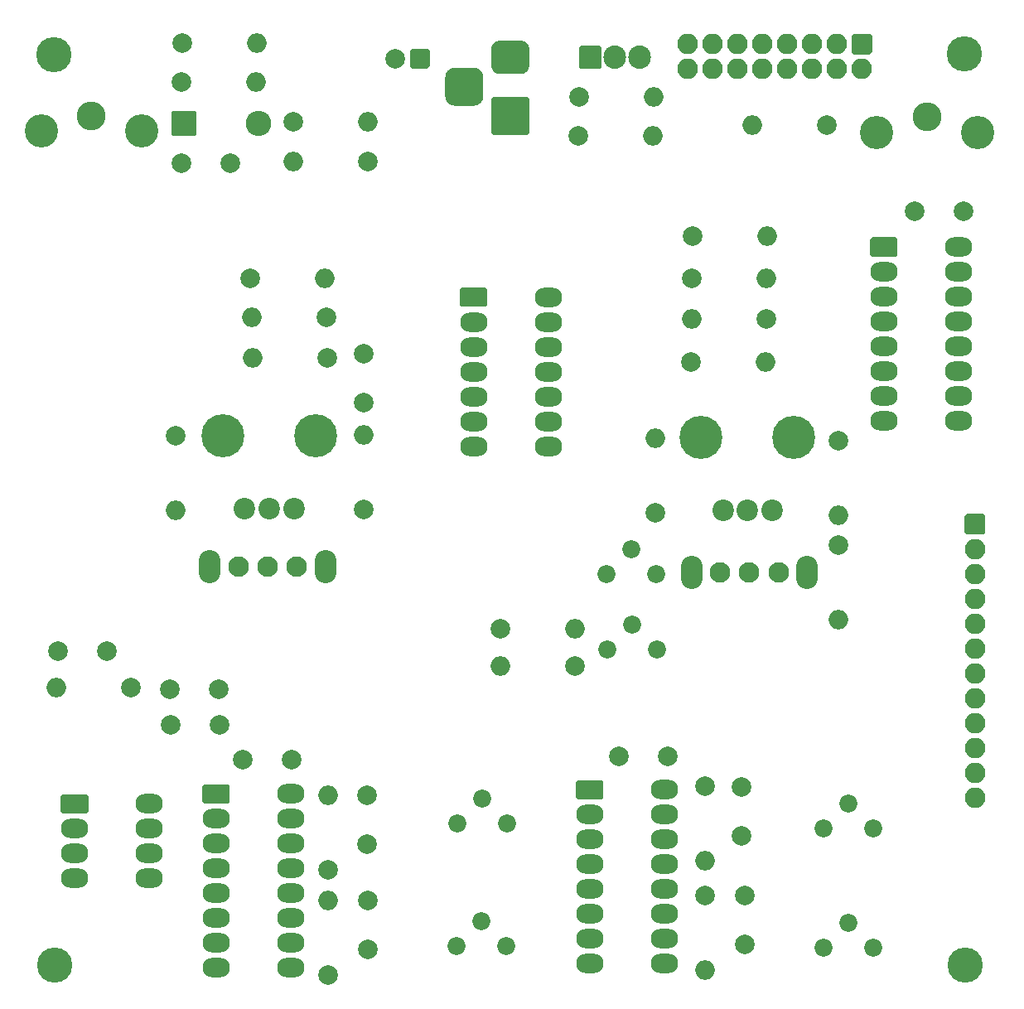
<source format=gbr>
G04 #@! TF.GenerationSoftware,KiCad,Pcbnew,5.1.10*
G04 #@! TF.CreationDate,2021-10-22T11:28:22+13:00*
G04 #@! TF.ProjectId,chroma_luma_invert,6368726f-6d61-45f6-9c75-6d615f696e76,rev?*
G04 #@! TF.SameCoordinates,Original*
G04 #@! TF.FileFunction,Soldermask,Bot*
G04 #@! TF.FilePolarity,Negative*
%FSLAX46Y46*%
G04 Gerber Fmt 4.6, Leading zero omitted, Abs format (unit mm)*
G04 Created by KiCad (PCBNEW 5.1.10) date 2021-10-22 11:28:22*
%MOMM*%
%LPD*%
G01*
G04 APERTURE LIST*
%ADD10C,3.600000*%
%ADD11C,2.000000*%
%ADD12O,2.600000X2.600000*%
%ADD13C,3.400000*%
%ADD14C,2.950000*%
%ADD15O,2.100000X2.100000*%
%ADD16O,2.000000X2.000000*%
%ADD17C,1.840000*%
%ADD18C,2.200000*%
%ADD19C,4.400000*%
%ADD20C,2.100000*%
%ADD21O,2.200000X3.400000*%
%ADD22O,2.800000X2.000000*%
%ADD23O,2.305000X2.400000*%
G04 APERTURE END LIST*
D10*
X201475000Y-38450000D03*
X201500000Y-131525000D03*
X108450000Y-131525000D03*
X108400000Y-38475000D03*
D11*
X126400000Y-49625000D03*
X121400000Y-49625000D03*
G36*
G01*
X146800000Y-38100000D02*
X146800000Y-39700000D01*
G75*
G02*
X146600000Y-39900000I-200000J0D01*
G01*
X145000000Y-39900000D01*
G75*
G02*
X144800000Y-39700000I0J200000D01*
G01*
X144800000Y-38100000D01*
G75*
G02*
X145000000Y-37900000I200000J0D01*
G01*
X146600000Y-37900000D01*
G75*
G02*
X146800000Y-38100000I0J-200000D01*
G01*
G37*
X143300000Y-38900000D03*
X196320000Y-54530000D03*
X201320000Y-54530000D03*
X171140000Y-110180000D03*
X166140000Y-110180000D03*
X127720000Y-110530000D03*
X132720000Y-110530000D03*
X120310000Y-106970000D03*
X125310000Y-106970000D03*
X140010000Y-74020000D03*
X140010000Y-69020000D03*
X108825000Y-99450000D03*
X113825000Y-99450000D03*
X125275000Y-103375000D03*
X120275000Y-103375000D03*
X140360000Y-119210000D03*
X140360000Y-114210000D03*
X178675000Y-113325000D03*
X178675000Y-118325000D03*
X140460000Y-124970000D03*
X140460000Y-129970000D03*
X178975000Y-129425000D03*
X178975000Y-124425000D03*
G36*
G01*
X120375000Y-46625000D02*
X120375000Y-44425000D01*
G75*
G02*
X120575000Y-44225000I200000J0D01*
G01*
X122775000Y-44225000D01*
G75*
G02*
X122975000Y-44425000I0J-200000D01*
G01*
X122975000Y-46625000D01*
G75*
G02*
X122775000Y-46825000I-200000J0D01*
G01*
X120575000Y-46825000D01*
G75*
G02*
X120375000Y-46625000I0J200000D01*
G01*
G37*
D12*
X129295000Y-45525000D03*
G36*
G01*
X153280000Y-42820000D02*
X156780000Y-42820000D01*
G75*
G02*
X156980000Y-43020000I0J-200000D01*
G01*
X156980000Y-46520000D01*
G75*
G02*
X156780000Y-46720000I-200000J0D01*
G01*
X153280000Y-46720000D01*
G75*
G02*
X153080000Y-46520000I0J200000D01*
G01*
X153080000Y-43020000D01*
G75*
G02*
X153280000Y-42820000I200000J0D01*
G01*
G37*
G36*
G01*
X153930000Y-37070000D02*
X156130000Y-37070000D01*
G75*
G02*
X156980000Y-37920000I0J-850000D01*
G01*
X156980000Y-39620000D01*
G75*
G02*
X156130000Y-40470000I-850000J0D01*
G01*
X153930000Y-40470000D01*
G75*
G02*
X153080000Y-39620000I0J850000D01*
G01*
X153080000Y-37920000D01*
G75*
G02*
X153930000Y-37070000I850000J0D01*
G01*
G37*
G36*
G01*
X149355000Y-39820000D02*
X151305000Y-39820000D01*
G75*
G02*
X152280000Y-40795000I0J-975000D01*
G01*
X152280000Y-42745000D01*
G75*
G02*
X151305000Y-43720000I-975000J0D01*
G01*
X149355000Y-43720000D01*
G75*
G02*
X148380000Y-42745000I0J975000D01*
G01*
X148380000Y-40795000D01*
G75*
G02*
X149355000Y-39820000I975000J0D01*
G01*
G37*
D13*
X107075000Y-46325000D03*
X117375000Y-46325000D03*
D14*
X112225000Y-44725000D03*
G36*
G01*
X201470000Y-87340000D02*
X201470000Y-85640000D01*
G75*
G02*
X201670000Y-85440000I200000J0D01*
G01*
X203370000Y-85440000D01*
G75*
G02*
X203570000Y-85640000I0J-200000D01*
G01*
X203570000Y-87340000D01*
G75*
G02*
X203370000Y-87540000I-200000J0D01*
G01*
X201670000Y-87540000D01*
G75*
G02*
X201470000Y-87340000I0J200000D01*
G01*
G37*
D15*
X202520000Y-89030000D03*
X202520000Y-91570000D03*
X202520000Y-94110000D03*
X202520000Y-96650000D03*
X202520000Y-99190000D03*
X202520000Y-101730000D03*
X202520000Y-104270000D03*
X202520000Y-106810000D03*
X202520000Y-109350000D03*
X202520000Y-111890000D03*
X202520000Y-114430000D03*
D14*
X197650000Y-44875000D03*
D13*
X202800000Y-46475000D03*
X192500000Y-46475000D03*
D16*
X129095000Y-37325000D03*
D11*
X121475000Y-37325000D03*
D16*
X169645000Y-42800000D03*
D11*
X162025000Y-42800000D03*
X162000000Y-46775000D03*
D16*
X169620000Y-46775000D03*
D11*
X121425000Y-41275000D03*
D16*
X129045000Y-41275000D03*
X132860000Y-49430000D03*
D11*
X140480000Y-49430000D03*
X132825000Y-45375000D03*
D16*
X140445000Y-45375000D03*
D11*
X173660000Y-57050000D03*
D16*
X181280000Y-57050000D03*
X179770000Y-45720000D03*
D11*
X187390000Y-45720000D03*
D16*
X108655000Y-103200000D03*
D11*
X116275000Y-103200000D03*
X188560000Y-88600000D03*
D16*
X188560000Y-96220000D03*
X136400000Y-114155000D03*
D11*
X136400000Y-121775000D03*
D16*
X174925000Y-120870000D03*
D11*
X174925000Y-113250000D03*
X136425000Y-132575000D03*
D16*
X136425000Y-124955000D03*
X174950000Y-132045000D03*
D11*
X174950000Y-124425000D03*
X161675000Y-100950000D03*
D16*
X154055000Y-100950000D03*
D11*
X154050000Y-97210000D03*
D16*
X161670000Y-97210000D03*
X188575000Y-85545000D03*
D11*
X188575000Y-77925000D03*
X169850000Y-85300000D03*
D16*
X169850000Y-77680000D03*
D11*
X173500000Y-69920000D03*
D16*
X181120000Y-69920000D03*
D11*
X140025000Y-85000000D03*
D16*
X140025000Y-77380000D03*
X120850000Y-85095000D03*
D11*
X120850000Y-77475000D03*
D16*
X128580000Y-65350000D03*
D11*
X136200000Y-65350000D03*
X181200000Y-65540000D03*
D16*
X173580000Y-65540000D03*
D11*
X128480000Y-61370000D03*
D16*
X136100000Y-61370000D03*
X181230000Y-61370000D03*
D11*
X173610000Y-61370000D03*
D16*
X128680000Y-69450000D03*
D11*
X136300000Y-69450000D03*
D17*
X154675000Y-117025000D03*
X152135000Y-114485000D03*
X149595000Y-117025000D03*
X192100000Y-117575000D03*
X189560000Y-115035000D03*
X187020000Y-117575000D03*
X149495000Y-129600000D03*
X152035000Y-127060000D03*
X154575000Y-129600000D03*
X192100000Y-129750000D03*
X189560000Y-127210000D03*
X187020000Y-129750000D03*
X164970000Y-99275000D03*
X167510000Y-96735000D03*
X170050000Y-99275000D03*
D18*
X176775000Y-85075000D03*
X179275000Y-85075000D03*
X181775000Y-85075000D03*
D19*
X174525000Y-77575000D03*
X184025000Y-77575000D03*
X135150000Y-77400000D03*
X125650000Y-77400000D03*
D18*
X132900000Y-84900000D03*
X130400000Y-84900000D03*
X127900000Y-84900000D03*
D17*
X164895000Y-91600000D03*
X167435000Y-89060000D03*
X169975000Y-91600000D03*
D20*
X182450000Y-91425000D03*
X179450000Y-91425000D03*
X176450000Y-91425000D03*
D21*
X173550000Y-91375000D03*
X185350000Y-91375000D03*
X136125000Y-90800000D03*
X124325000Y-90800000D03*
D20*
X127225000Y-90850000D03*
X130225000Y-90850000D03*
X133225000Y-90850000D03*
D22*
X158895000Y-63275000D03*
X151275000Y-78515000D03*
X158895000Y-65815000D03*
X151275000Y-75975000D03*
X158895000Y-68355000D03*
X151275000Y-73435000D03*
X158895000Y-70895000D03*
X151275000Y-70895000D03*
X158895000Y-73435000D03*
X151275000Y-68355000D03*
X158895000Y-75975000D03*
X151275000Y-65815000D03*
X158895000Y-78515000D03*
G36*
G01*
X149875000Y-64075000D02*
X149875000Y-62475000D01*
G75*
G02*
X150075000Y-62275000I200000J0D01*
G01*
X152475000Y-62275000D01*
G75*
G02*
X152675000Y-62475000I0J-200000D01*
G01*
X152675000Y-64075000D01*
G75*
G02*
X152475000Y-64275000I-200000J0D01*
G01*
X150075000Y-64275000D01*
G75*
G02*
X149875000Y-64075000I0J200000D01*
G01*
G37*
G36*
G01*
X162047500Y-39775000D02*
X162047500Y-37775000D01*
G75*
G02*
X162247500Y-37575000I200000J0D01*
G01*
X164152500Y-37575000D01*
G75*
G02*
X164352500Y-37775000I0J-200000D01*
G01*
X164352500Y-39775000D01*
G75*
G02*
X164152500Y-39975000I-200000J0D01*
G01*
X162247500Y-39975000D01*
G75*
G02*
X162047500Y-39775000I0J200000D01*
G01*
G37*
D23*
X165740000Y-38775000D03*
X168280000Y-38775000D03*
D22*
X200830000Y-58160000D03*
X193210000Y-75940000D03*
X200830000Y-60700000D03*
X193210000Y-73400000D03*
X200830000Y-63240000D03*
X193210000Y-70860000D03*
X200830000Y-65780000D03*
X193210000Y-68320000D03*
X200830000Y-68320000D03*
X193210000Y-65780000D03*
X200830000Y-70860000D03*
X193210000Y-63240000D03*
X200830000Y-73400000D03*
X193210000Y-60700000D03*
X200830000Y-75940000D03*
G36*
G01*
X191810000Y-58960000D02*
X191810000Y-57360000D01*
G75*
G02*
X192010000Y-57160000I200000J0D01*
G01*
X194410000Y-57160000D01*
G75*
G02*
X194610000Y-57360000I0J-200000D01*
G01*
X194610000Y-58960000D01*
G75*
G02*
X194410000Y-59160000I-200000J0D01*
G01*
X192010000Y-59160000D01*
G75*
G02*
X191810000Y-58960000I0J200000D01*
G01*
G37*
G36*
G01*
X123550000Y-114850000D02*
X123550000Y-113250000D01*
G75*
G02*
X123750000Y-113050000I200000J0D01*
G01*
X126150000Y-113050000D01*
G75*
G02*
X126350000Y-113250000I0J-200000D01*
G01*
X126350000Y-114850000D01*
G75*
G02*
X126150000Y-115050000I-200000J0D01*
G01*
X123750000Y-115050000D01*
G75*
G02*
X123550000Y-114850000I0J200000D01*
G01*
G37*
X132570000Y-131830000D03*
X124950000Y-116590000D03*
X132570000Y-129290000D03*
X124950000Y-119130000D03*
X132570000Y-126750000D03*
X124950000Y-121670000D03*
X132570000Y-124210000D03*
X124950000Y-124210000D03*
X132570000Y-121670000D03*
X124950000Y-126750000D03*
X132570000Y-119130000D03*
X124950000Y-129290000D03*
X132570000Y-116590000D03*
X124950000Y-131830000D03*
X132570000Y-114050000D03*
G36*
G01*
X161750000Y-114425000D02*
X161750000Y-112825000D01*
G75*
G02*
X161950000Y-112625000I200000J0D01*
G01*
X164350000Y-112625000D01*
G75*
G02*
X164550000Y-112825000I0J-200000D01*
G01*
X164550000Y-114425000D01*
G75*
G02*
X164350000Y-114625000I-200000J0D01*
G01*
X161950000Y-114625000D01*
G75*
G02*
X161750000Y-114425000I0J200000D01*
G01*
G37*
X170770000Y-131405000D03*
X163150000Y-116165000D03*
X170770000Y-128865000D03*
X163150000Y-118705000D03*
X170770000Y-126325000D03*
X163150000Y-121245000D03*
X170770000Y-123785000D03*
X163150000Y-123785000D03*
X170770000Y-121245000D03*
X163150000Y-126325000D03*
X170770000Y-118705000D03*
X163150000Y-128865000D03*
X170770000Y-116165000D03*
X163150000Y-131405000D03*
X170770000Y-113625000D03*
G36*
G01*
X109100000Y-115875000D02*
X109100000Y-114275000D01*
G75*
G02*
X109300000Y-114075000I200000J0D01*
G01*
X111700000Y-114075000D01*
G75*
G02*
X111900000Y-114275000I0J-200000D01*
G01*
X111900000Y-115875000D01*
G75*
G02*
X111700000Y-116075000I-200000J0D01*
G01*
X109300000Y-116075000D01*
G75*
G02*
X109100000Y-115875000I0J200000D01*
G01*
G37*
X118120000Y-122695000D03*
X110500000Y-117615000D03*
X118120000Y-120155000D03*
X110500000Y-120155000D03*
X118120000Y-117615000D03*
X110500000Y-122695000D03*
X118120000Y-115075000D03*
G36*
G01*
X190110000Y-36360000D02*
X191810000Y-36360000D01*
G75*
G02*
X192010000Y-36560000I0J-200000D01*
G01*
X192010000Y-38260000D01*
G75*
G02*
X191810000Y-38460000I-200000J0D01*
G01*
X190110000Y-38460000D01*
G75*
G02*
X189910000Y-38260000I0J200000D01*
G01*
X189910000Y-36560000D01*
G75*
G02*
X190110000Y-36360000I200000J0D01*
G01*
G37*
D15*
X190960000Y-39950000D03*
X188420000Y-37410000D03*
X188420000Y-39950000D03*
X185880000Y-37410000D03*
X185880000Y-39950000D03*
X183340000Y-37410000D03*
X183340000Y-39950000D03*
X180800000Y-37410000D03*
X180800000Y-39950000D03*
X178260000Y-37410000D03*
X178260000Y-39950000D03*
X175720000Y-37410000D03*
X175720000Y-39950000D03*
X173180000Y-37410000D03*
X173180000Y-39950000D03*
M02*

</source>
